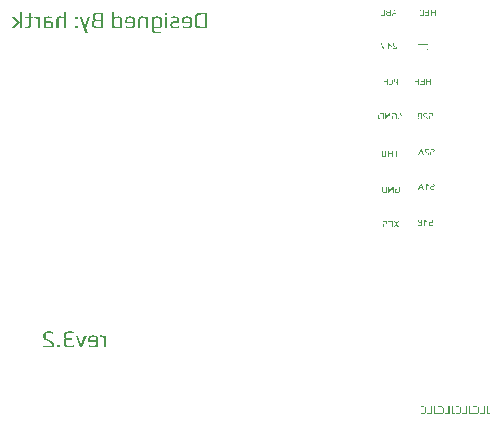
<source format=gbo>
G04 Layer: BottomSilkLayer*
G04 EasyEDA v6.4.19.5, 2021-04-26T22:05:49--7:00*
G04 3865de02122e4a29b7e4d10c01c85813,debd25b7e7f645e7808fdd9718494454,10*
G04 Gerber Generator version 0.2*
G04 Scale: 100 percent, Rotated: No, Reflected: No *
G04 Dimensions in millimeters *
G04 leading zeros omitted , absolute positions ,4 integer and 5 decimal *
%FSLAX45Y45*%
%MOMM*%

%ADD10C,0.0001*%

%LPD*%
G36*
X5985967Y8124596D02*
G01*
X5985967Y7984642D01*
X6004001Y7984642D01*
X6004001Y8124596D01*
G37*
G36*
X6358839Y8124596D02*
G01*
X6358839Y8069478D01*
X6355791Y8075625D01*
X6349441Y8079994D01*
X6339789Y8082584D01*
X6326835Y8083448D01*
X6311087Y8081772D01*
X6300927Y8076590D01*
X6297574Y8072831D01*
X6295237Y8068056D01*
X6293764Y8062264D01*
X6293307Y8055508D01*
X6293307Y7984642D01*
X6311341Y7984642D01*
X6311392Y8056321D01*
X6311849Y8060588D01*
X6312865Y8062975D01*
X6314389Y8065414D01*
X6317030Y8067649D01*
X6320891Y8069224D01*
X6325920Y8070189D01*
X6332169Y8070494D01*
X6337300Y8070443D01*
X6345682Y8069681D01*
X6348933Y8068970D01*
X6351524Y8068106D01*
X6353657Y8066938D01*
X6355334Y8065566D01*
X6357569Y8062112D01*
X6358280Y8059928D01*
X6358686Y8057388D01*
X6358839Y8054492D01*
X6358839Y7984642D01*
X6376619Y7984642D01*
X6376619Y8124596D01*
G37*
G36*
X6764223Y8124596D02*
G01*
X6764223Y8010042D01*
X6782257Y8010042D01*
X6782257Y8057794D01*
X6783933Y8063484D01*
X6788861Y8067548D01*
X6797141Y8069986D01*
X6808673Y8070748D01*
X6815988Y8070646D01*
X6821881Y8070189D01*
X6826402Y8069478D01*
X6829501Y8068462D01*
X6831736Y8066887D01*
X6833311Y8064550D01*
X6834276Y8061553D01*
X6834581Y8057794D01*
X6834581Y8010042D01*
X6834225Y8006283D01*
X6833209Y8003082D01*
X6831431Y8000441D01*
X6828993Y7998358D01*
X6825843Y7996936D01*
X6821678Y7995920D01*
X6816547Y7995310D01*
X6810451Y7995056D01*
X6803390Y7995310D01*
X6797446Y7995920D01*
X6792620Y7996936D01*
X6788861Y7998358D01*
X6785965Y8000441D01*
X6783933Y8003082D01*
X6782663Y8006283D01*
X6782257Y8010042D01*
X6764223Y8010042D01*
X6764223Y7984642D01*
X6781749Y7984642D01*
X6781749Y7996072D01*
X6782308Y7993430D01*
X6783933Y7990941D01*
X6786625Y7988706D01*
X6790385Y7986674D01*
X6795109Y7984896D01*
X6800697Y7983626D01*
X6807047Y7982864D01*
X6814261Y7982610D01*
X6821017Y7982813D01*
X6826961Y7983321D01*
X6832193Y7984185D01*
X6836613Y7985404D01*
X6840524Y7987182D01*
X6843775Y7989366D01*
X6846468Y7992008D01*
X6848551Y7995056D01*
X6850227Y7998714D01*
X6851396Y8002930D01*
X6852107Y8007858D01*
X6852361Y8013344D01*
X6852361Y8056016D01*
X6850075Y8068564D01*
X6843217Y8077098D01*
X6831177Y8081873D01*
X6813245Y8083448D01*
X6807098Y8083245D01*
X6801459Y8082635D01*
X6796176Y8081619D01*
X6791401Y8080146D01*
X6787388Y8078470D01*
X6784543Y8076336D01*
X6782816Y8073898D01*
X6782257Y8071002D01*
X6781749Y8071002D01*
X6782257Y8095640D01*
X6782257Y8124596D01*
G37*
G36*
X7215327Y8116468D02*
G01*
X7215327Y8097672D01*
X7233361Y8097672D01*
X7233361Y8116468D01*
G37*
G36*
X6641033Y8114436D02*
G01*
X6626047Y8113572D01*
X6614617Y8110880D01*
X6610451Y8109254D01*
X6606997Y8107425D01*
X6604355Y8105343D01*
X6602425Y8103006D01*
X6601104Y8100415D01*
X6600139Y8097316D01*
X6599580Y8093811D01*
X6599377Y8089798D01*
X6599377Y8073034D01*
X6617411Y8073034D01*
X6617411Y8088274D01*
X6617766Y8091728D01*
X6618833Y8094573D01*
X6620560Y8096910D01*
X6622999Y8098688D01*
X6626148Y8099958D01*
X6630162Y8100822D01*
X6635140Y8101330D01*
X6667957Y8101482D01*
X6667957Y8057540D01*
X6640271Y8057540D01*
X6634632Y8057794D01*
X6629806Y8058505D01*
X6625844Y8059724D01*
X6622745Y8061350D01*
X6620408Y8063433D01*
X6618731Y8066074D01*
X6617766Y8069275D01*
X6617411Y8073034D01*
X6599377Y8073034D01*
X6599631Y8068716D01*
X6600444Y8065516D01*
X6601815Y8062722D01*
X6603695Y8060334D01*
X6606184Y8058353D01*
X6609232Y8056625D01*
X6612890Y8055152D01*
X6617157Y8053984D01*
X6617157Y8053222D01*
X6612077Y8052104D01*
X6607556Y8050530D01*
X6603593Y8048447D01*
X6600139Y8045856D01*
X6597243Y8043011D01*
X6595211Y8039760D01*
X6593941Y8036153D01*
X6593535Y8032140D01*
X6593535Y8011312D01*
X6612839Y8011312D01*
X6612839Y8030870D01*
X6612991Y8033308D01*
X6613398Y8035442D01*
X6614109Y8037372D01*
X6616293Y8040522D01*
X6617716Y8041792D01*
X6619443Y8042808D01*
X6623710Y8044180D01*
X6627622Y8044942D01*
X6631228Y8045246D01*
X6667957Y8045348D01*
X6667957Y7998104D01*
X6639509Y7998104D01*
X6632803Y7998307D01*
X6627114Y7998815D01*
X6622491Y7999679D01*
X6618935Y8000898D01*
X6616293Y8002727D01*
X6614363Y8005064D01*
X6613245Y8007908D01*
X6612839Y8011312D01*
X6593535Y8011312D01*
X6593535Y8010296D01*
X6596227Y7998256D01*
X6604203Y7990484D01*
X6618224Y7986115D01*
X6639509Y7984642D01*
X6687261Y7984642D01*
X6687261Y8114436D01*
G37*
G36*
X7519873Y8114436D02*
G01*
X7507071Y8113877D01*
X7495997Y8112150D01*
X7486599Y8109203D01*
X7478928Y8105140D01*
X7472934Y8099856D01*
X7468666Y8093456D01*
X7466126Y8085886D01*
X7465263Y8077098D01*
X7465263Y8020202D01*
X7484059Y8020202D01*
X7484059Y8077352D01*
X7484262Y8080908D01*
X7484770Y8084108D01*
X7485634Y8087004D01*
X7486853Y8089544D01*
X7488529Y8091931D01*
X7490459Y8093964D01*
X7492695Y8095640D01*
X7495235Y8096910D01*
X7500823Y8098891D01*
X7506411Y8100212D01*
X7516317Y8100974D01*
X7552131Y8100974D01*
X7552131Y7997850D01*
X7521143Y7997850D01*
X7504938Y7999272D01*
X7493355Y8003438D01*
X7486396Y8010448D01*
X7484059Y8020202D01*
X7465263Y8020202D01*
X7466126Y8011515D01*
X7468666Y8004403D01*
X7472934Y7998358D01*
X7478877Y7993430D01*
X7486497Y7989570D01*
X7495844Y7986877D01*
X7506868Y7985201D01*
X7519619Y7984642D01*
X7571435Y7984642D01*
X7571435Y8114436D01*
G37*
G36*
X6058103Y8111388D02*
G01*
X6058103Y8081416D01*
X6023559Y8081416D01*
X6023559Y8069478D01*
X6058103Y8069478D01*
X6058001Y8008518D01*
X6057646Y8005572D01*
X6057087Y8003031D01*
X6056325Y8000898D01*
X6055410Y7999272D01*
X6054090Y7997850D01*
X6052464Y7996732D01*
X6050483Y7995818D01*
X6048095Y7995158D01*
X6041847Y7994396D01*
X6038037Y7994294D01*
X6033008Y7994751D01*
X6023559Y7996072D01*
X6023559Y7984134D01*
X6033668Y7983016D01*
X6043625Y7982610D01*
X6049518Y7982813D01*
X6054750Y7983321D01*
X6059322Y7984185D01*
X6063183Y7985404D01*
X6066383Y7986928D01*
X6069177Y7988960D01*
X6071463Y7991500D01*
X6073343Y7994548D01*
X6074664Y7998104D01*
X6075629Y8002320D01*
X6076188Y8007248D01*
X6076391Y8012836D01*
X6076391Y8069478D01*
X6097981Y8069478D01*
X6097981Y8081416D01*
X6076391Y8081416D01*
X6076391Y8111388D01*
G37*
G36*
X6102299Y8083448D02*
G01*
X6102299Y8067954D01*
X6112459Y8067954D01*
X6118352Y8067751D01*
X6123381Y8067141D01*
X6127496Y8066125D01*
X6130747Y8064652D01*
X6133287Y8062671D01*
X6135116Y8060029D01*
X6136233Y8056727D01*
X6136589Y8052714D01*
X6136589Y7984642D01*
X6154623Y7984642D01*
X6154623Y8081416D01*
X6137605Y8081416D01*
X6137605Y8065668D01*
X6137351Y8067954D01*
X6136589Y8070138D01*
X6135319Y8072272D01*
X6133541Y8074304D01*
X6131407Y8076285D01*
X6126327Y8079587D01*
X6123381Y8080908D01*
X6120231Y8082025D01*
X6117183Y8082838D01*
X6114135Y8083296D01*
G37*
G36*
X6224473Y8083448D02*
G01*
X6216650Y8083296D01*
X6209944Y8082838D01*
X6204356Y8082025D01*
X6199835Y8080908D01*
X6196076Y8079435D01*
X6192977Y8077504D01*
X6190488Y8075117D01*
X6188659Y8072272D01*
X6187338Y8068716D01*
X6186373Y8064296D01*
X6185814Y8059064D01*
X6185611Y8052968D01*
X6185611Y8030616D01*
X6231585Y8030616D01*
X6239002Y8030311D01*
X6241846Y8029905D01*
X6244031Y8029346D01*
X6245758Y8028584D01*
X6247130Y8027517D01*
X6248196Y8026196D01*
X6249416Y8022386D01*
X6250076Y8016544D01*
X6250076Y8009483D01*
X6249416Y8003895D01*
X6248857Y8001660D01*
X6247993Y7999882D01*
X6246825Y7998358D01*
X6245453Y7997088D01*
X6243777Y7996072D01*
X6241745Y7995310D01*
X6239256Y7994751D01*
X6232855Y7994294D01*
X6224676Y7994396D01*
X6216396Y7995158D01*
X6212789Y7995818D01*
X6208776Y7997037D01*
X6205931Y7998815D01*
X6204204Y8001203D01*
X6203645Y8004200D01*
X6203645Y8030616D01*
X6185611Y8030616D01*
X6185611Y7984642D01*
X6203137Y7984642D01*
X6203137Y7993786D01*
X6205829Y7988909D01*
X6211570Y7985404D01*
X6220409Y7983321D01*
X6232347Y7982610D01*
X6238849Y7982813D01*
X6244539Y7983270D01*
X6249517Y7984083D01*
X6253683Y7985150D01*
X6257137Y7986674D01*
X6260033Y7988706D01*
X6262471Y7991246D01*
X6264351Y7994294D01*
X6265824Y7998002D01*
X6266840Y8002371D01*
X6267450Y8007502D01*
X6267653Y8013344D01*
X6267450Y8018627D01*
X6266891Y8023250D01*
X6265926Y8027263D01*
X6264605Y8030616D01*
X6262776Y8033461D01*
X6260439Y8035848D01*
X6257442Y8037779D01*
X6253937Y8039252D01*
X6249873Y8040370D01*
X6244996Y8041182D01*
X6239306Y8041640D01*
X6203645Y8041792D01*
X6203645Y8057286D01*
X6203797Y8059826D01*
X6204204Y8062010D01*
X6204915Y8063890D01*
X6207150Y8066836D01*
X6208674Y8067954D01*
X6210554Y8068868D01*
X6215481Y8070037D01*
X6222593Y8070697D01*
X6227013Y8070748D01*
X6242964Y8070189D01*
X6260287Y8068462D01*
X6260287Y8081670D01*
X6241440Y8083042D01*
G37*
G36*
X6916623Y8083448D02*
G01*
X6898081Y8081619D01*
X6885635Y8076082D01*
X6878574Y8066024D01*
X6876237Y8050428D01*
X6876237Y8040776D01*
X6894017Y8040776D01*
X6894017Y8056016D01*
X6894372Y8060131D01*
X6895338Y8063534D01*
X6897014Y8066227D01*
X6899351Y8068208D01*
X6902500Y8069681D01*
X6906615Y8070697D01*
X6911644Y8071307D01*
X6917639Y8071510D01*
X6923328Y8071307D01*
X6928205Y8070697D01*
X6932218Y8069681D01*
X6935419Y8068208D01*
X6937959Y8066227D01*
X6939788Y8063534D01*
X6940905Y8060131D01*
X6941261Y8056016D01*
X6941261Y8040776D01*
X6876237Y8040776D01*
X6876237Y8029092D01*
X6941261Y8029092D01*
X6941261Y8014360D01*
X6940803Y8009788D01*
X6939483Y8005825D01*
X6937248Y8002524D01*
X6934149Y7999882D01*
X6930136Y7998002D01*
X6925208Y7996681D01*
X6919366Y7995869D01*
X6912559Y7995564D01*
X6897573Y7996783D01*
X6880047Y8000390D01*
X6880047Y7986674D01*
X6897878Y7983626D01*
X6914845Y7982610D01*
X6928408Y7983474D01*
X6939534Y7985912D01*
X6948170Y7989976D01*
X6954367Y7995716D01*
X6958075Y8003082D01*
X6959295Y8012074D01*
X6959295Y8050428D01*
X6956755Y8065516D01*
X6949135Y8075574D01*
X6936079Y8081518D01*
G37*
G36*
X7020509Y8083448D02*
G01*
X7004710Y8081772D01*
X6994347Y8076590D01*
X6991146Y8072831D01*
X6988809Y8068056D01*
X6987438Y8062264D01*
X6986981Y8055508D01*
X6986981Y7984642D01*
X7005015Y7984642D01*
X7005066Y8056321D01*
X7005320Y8059521D01*
X7005878Y8062010D01*
X7007148Y8064449D01*
X7008063Y8065668D01*
X7010603Y8067802D01*
X7014413Y8069325D01*
X7019493Y8070240D01*
X7025843Y8070494D01*
X7035139Y8070189D01*
X7042099Y8069224D01*
X7044690Y8068360D01*
X7046874Y8067192D01*
X7048652Y8065820D01*
X7049973Y8064144D01*
X7050989Y8062315D01*
X7051700Y8060080D01*
X7052106Y8057489D01*
X7052259Y8054492D01*
X7052259Y7984642D01*
X7070293Y7984642D01*
X7070293Y8081416D01*
X7052259Y8081416D01*
X7052259Y8069478D01*
X7049211Y8075625D01*
X7042912Y8079994D01*
X7033361Y8082584D01*
G37*
G36*
X7148017Y8083448D02*
G01*
X7127900Y8080603D01*
X7118299Y8072018D01*
X7118299Y8081416D01*
X7101535Y8081416D01*
X7101535Y8010804D01*
X7119569Y8010804D01*
X7119569Y8054492D01*
X7120077Y8060334D01*
X7120737Y8062722D01*
X7121601Y8064652D01*
X7122820Y8066227D01*
X7124547Y8067548D01*
X7126630Y8068614D01*
X7129221Y8069478D01*
X7132472Y8070189D01*
X7140702Y8070951D01*
X7150506Y8070951D01*
X7158126Y8070189D01*
X7163308Y8068716D01*
X7165289Y8067649D01*
X7166864Y8066328D01*
X7168083Y8064652D01*
X7168845Y8062722D01*
X7169759Y8057642D01*
X7169759Y8007603D01*
X7169353Y8004860D01*
X7168743Y8002524D01*
X7167829Y8000644D01*
X7166711Y7999018D01*
X7165187Y7997698D01*
X7163155Y7996631D01*
X7160717Y7995818D01*
X7154316Y7994903D01*
X7145223Y7994548D01*
X7138771Y7994802D01*
X7133285Y7995462D01*
X7128865Y7996580D01*
X7125411Y7998104D01*
X7122871Y8000136D01*
X7121042Y8002930D01*
X7119924Y8006486D01*
X7119569Y8010804D01*
X7101535Y8010804D01*
X7101535Y7975498D01*
X7101840Y7969148D01*
X7102805Y7963509D01*
X7104380Y7958632D01*
X7106615Y7954416D01*
X7109358Y7950911D01*
X7112762Y7947964D01*
X7116876Y7945577D01*
X7121601Y7943748D01*
X7133031Y7941462D01*
X7147509Y7940700D01*
X7165797Y7941208D01*
X7181037Y7942732D01*
X7181037Y7955686D01*
X7160209Y7953603D01*
X7145985Y7952892D01*
X7139482Y7953197D01*
X7133996Y7954009D01*
X7129475Y7955330D01*
X7125919Y7957210D01*
X7123125Y7959750D01*
X7121144Y7963001D01*
X7119975Y7967014D01*
X7119569Y7971688D01*
X7119569Y7995056D01*
X7120229Y7992109D01*
X7121855Y7989570D01*
X7124547Y7987436D01*
X7128205Y7985658D01*
X7132675Y7984337D01*
X7137603Y7983372D01*
X7143089Y7982813D01*
X7149033Y7982610D01*
X7156094Y7982813D01*
X7162393Y7983321D01*
X7167778Y7984185D01*
X7172401Y7985404D01*
X7176312Y7987030D01*
X7179564Y7989112D01*
X7182256Y7991602D01*
X7184339Y7994548D01*
X7185812Y7998053D01*
X7186828Y8002117D01*
X7187438Y8006791D01*
X7187641Y8012074D01*
X7187641Y8051444D01*
X7185355Y8066278D01*
X7178497Y8076082D01*
X7166203Y8081619D01*
G37*
G36*
X7292289Y8083448D02*
G01*
X7262825Y8081924D01*
X7262825Y8068716D01*
X7279386Y8070850D01*
X7293051Y8071510D01*
X7299604Y8071358D01*
X7305040Y8070850D01*
X7309408Y8069986D01*
X7312609Y8068716D01*
X7314844Y8067090D01*
X7316419Y8065008D01*
X7317384Y8062417D01*
X7317689Y8059318D01*
X7317689Y8051190D01*
X7313269Y8043773D01*
X7299909Y8041284D01*
X7288733Y8041284D01*
X7275423Y8039912D01*
X7265873Y8035645D01*
X7260183Y8028584D01*
X7258253Y8018678D01*
X7258253Y8010296D01*
X7260793Y7997494D01*
X7268413Y7988960D01*
X7281621Y7984236D01*
X7300417Y7982610D01*
X7316317Y7983220D01*
X7333437Y7984896D01*
X7333437Y7998866D01*
X7313371Y7996021D01*
X7299909Y7995056D01*
X7294016Y7995259D01*
X7288987Y7995716D01*
X7284872Y7996529D01*
X7281621Y7997596D01*
X7279182Y7999069D01*
X7277455Y8001050D01*
X7276388Y8003641D01*
X7276033Y8006740D01*
X7276033Y8016646D01*
X7276287Y8019491D01*
X7277049Y8021878D01*
X7278319Y8023809D01*
X7280097Y8025282D01*
X7282586Y8026552D01*
X7285685Y8027416D01*
X7289444Y8027924D01*
X7304735Y8028076D01*
X7311796Y8028482D01*
X7317943Y8029600D01*
X7323226Y8031530D01*
X7327595Y8034172D01*
X7331049Y8037677D01*
X7333488Y8041741D01*
X7334961Y8046415D01*
X7335469Y8051698D01*
X7335469Y8060588D01*
X7334250Y8067598D01*
X7330694Y8073288D01*
X7324699Y8077758D01*
X7316266Y8080908D01*
X7305497Y8082838D01*
G37*
G36*
X7397699Y8083448D02*
G01*
X7379309Y8081619D01*
X7366711Y8076082D01*
X7359650Y8066024D01*
X7357313Y8050428D01*
X7357313Y8040776D01*
X7375347Y8040776D01*
X7375347Y8056016D01*
X7375702Y8060131D01*
X7376668Y8063534D01*
X7378344Y8066227D01*
X7380681Y8068208D01*
X7383830Y8069681D01*
X7387844Y8070697D01*
X7392822Y8071307D01*
X7398715Y8071510D01*
X7404506Y8071307D01*
X7409434Y8070697D01*
X7413548Y8069681D01*
X7416749Y8068208D01*
X7419187Y8066227D01*
X7420965Y8063534D01*
X7421981Y8060131D01*
X7422337Y8056016D01*
X7422337Y8040776D01*
X7357313Y8040776D01*
X7357313Y8029092D01*
X7422337Y8029092D01*
X7422337Y8014360D01*
X7421880Y8009788D01*
X7420559Y8005825D01*
X7418324Y8002524D01*
X7415225Y7999882D01*
X7411313Y7998002D01*
X7406386Y7996681D01*
X7400493Y7995869D01*
X7393635Y7995564D01*
X7378649Y7996783D01*
X7361123Y8000390D01*
X7361123Y7986674D01*
X7379055Y7983626D01*
X7396175Y7982610D01*
X7409738Y7983474D01*
X7420864Y7985912D01*
X7429500Y7989976D01*
X7435697Y7995716D01*
X7439406Y8003082D01*
X7440625Y8012074D01*
X7440625Y8050428D01*
X7438085Y8065516D01*
X7430465Y8075574D01*
X7417206Y8081518D01*
G37*
G36*
X5920943Y8081416D02*
G01*
X5962853Y8037474D01*
X5917133Y7984642D01*
X5939485Y7984642D01*
X5983681Y8037474D01*
X5943041Y8081416D01*
G37*
G36*
X6452311Y8081416D02*
G01*
X6452311Y8059826D01*
X6475425Y8059826D01*
X6475425Y8081416D01*
G37*
G36*
X6490665Y8081416D02*
G01*
X6539433Y7942986D01*
X6558229Y7942986D01*
X6542989Y7983118D01*
X6580327Y8081416D01*
X6560769Y8081416D01*
X6533845Y8002422D01*
X6533337Y8002422D01*
X6508953Y8081416D01*
G37*
G36*
X7215327Y8081416D02*
G01*
X7215327Y7984642D01*
X7233361Y7984642D01*
X7233361Y8081416D01*
G37*
G36*
X6452311Y8006232D02*
G01*
X6452311Y7984642D01*
X6475425Y7984642D01*
X6475425Y8006232D01*
G37*
G36*
X9395968Y4785614D02*
G01*
X9391446Y4785512D01*
X9382556Y4784598D01*
X9378188Y4783836D01*
X9378188Y4776724D01*
X9382912Y4777740D01*
X9387484Y4778451D01*
X9395968Y4779010D01*
X9399524Y4778908D01*
X9404045Y4778298D01*
X9406839Y4777536D01*
X9408160Y4776978D01*
X9410700Y4775403D01*
X9412528Y4773320D01*
X9413646Y4770577D01*
X9414002Y4767326D01*
X9414002Y4736846D01*
X9409379Y4728464D01*
X9395460Y4725670D01*
X9387027Y4726228D01*
X9382556Y4726940D01*
X9377934Y4727956D01*
X9377934Y4720590D01*
X9386620Y4719269D01*
X9391243Y4718913D01*
X9395968Y4718812D01*
X9407956Y4719929D01*
X9416542Y4723180D01*
X9421672Y4728667D01*
X9423400Y4736338D01*
X9423400Y4767072D01*
X9421672Y4775200D01*
X9416542Y4780991D01*
X9407956Y4784445D01*
G37*
G36*
X9544812Y4785614D02*
G01*
X9540189Y4785512D01*
X9531299Y4784598D01*
X9527032Y4783836D01*
X9527032Y4776724D01*
X9531654Y4777740D01*
X9536125Y4778451D01*
X9544558Y4779010D01*
X9548164Y4778908D01*
X9554210Y4777994D01*
X9557004Y4776978D01*
X9559544Y4775403D01*
X9561372Y4773320D01*
X9562490Y4770577D01*
X9562846Y4767326D01*
X9562846Y4736846D01*
X9558172Y4728464D01*
X9544050Y4725670D01*
X9535718Y4726228D01*
X9526524Y4727956D01*
X9526524Y4720590D01*
X9535414Y4719269D01*
X9540036Y4718913D01*
X9544812Y4718812D01*
X9556699Y4719929D01*
X9565182Y4723180D01*
X9570313Y4728667D01*
X9571990Y4736338D01*
X9571990Y4767072D01*
X9570313Y4775200D01*
X9565182Y4780991D01*
X9556699Y4784445D01*
G37*
G36*
X9693402Y4785614D02*
G01*
X9688880Y4785512D01*
X9679990Y4784598D01*
X9675622Y4783836D01*
X9675622Y4776724D01*
X9684816Y4778451D01*
X9693148Y4779010D01*
X9696907Y4778908D01*
X9701479Y4778298D01*
X9704273Y4777536D01*
X9705594Y4776978D01*
X9708134Y4775403D01*
X9709962Y4773320D01*
X9711080Y4770577D01*
X9711436Y4767326D01*
X9711436Y4736846D01*
X9706813Y4728464D01*
X9692894Y4725670D01*
X9684461Y4726228D01*
X9679990Y4726940D01*
X9675368Y4727956D01*
X9675368Y4720590D01*
X9684054Y4719269D01*
X9688677Y4718913D01*
X9693402Y4718812D01*
X9705390Y4719929D01*
X9713976Y4723180D01*
X9719106Y4728667D01*
X9720834Y4736338D01*
X9720834Y4767072D01*
X9719106Y4775200D01*
X9713976Y4780991D01*
X9705390Y4784445D01*
G37*
G36*
X9842246Y4785614D02*
G01*
X9837623Y4785512D01*
X9828733Y4784598D01*
X9824466Y4783836D01*
X9824466Y4776724D01*
X9829088Y4777740D01*
X9833559Y4778451D01*
X9841992Y4779010D01*
X9845598Y4778908D01*
X9851644Y4777994D01*
X9854438Y4776978D01*
X9856978Y4775403D01*
X9858806Y4773320D01*
X9859924Y4770577D01*
X9860280Y4767326D01*
X9860280Y4736846D01*
X9855555Y4728464D01*
X9841484Y4725670D01*
X9833152Y4726228D01*
X9823958Y4727956D01*
X9823958Y4720590D01*
X9832695Y4719269D01*
X9837369Y4718913D01*
X9842246Y4718812D01*
X9854133Y4719929D01*
X9862616Y4723180D01*
X9867747Y4728667D01*
X9869424Y4736338D01*
X9869424Y4767072D01*
X9867747Y4775200D01*
X9862616Y4780991D01*
X9854133Y4784445D01*
G37*
G36*
X9463532Y4784598D02*
G01*
X9463532Y4726432D01*
X9431782Y4726432D01*
X9431782Y4719828D01*
X9473438Y4719828D01*
X9473438Y4784598D01*
G37*
G36*
X9490202Y4784598D02*
G01*
X9490303Y4731105D01*
X9490659Y4728514D01*
X9491218Y4726381D01*
X9491980Y4724654D01*
X9492996Y4723130D01*
X9494266Y4721860D01*
X9495790Y4720844D01*
X9497568Y4720082D01*
X9502140Y4719116D01*
X9508236Y4718812D01*
X9515144Y4719066D01*
X9520174Y4719828D01*
X9520174Y4726432D01*
X9514382Y4725111D01*
X9509252Y4724654D01*
X9505899Y4724857D01*
X9503410Y4725416D01*
X9501682Y4726432D01*
X9500616Y4727956D01*
X9500057Y4730242D01*
X9499854Y4733544D01*
X9499854Y4784598D01*
G37*
G36*
X9612376Y4784598D02*
G01*
X9612376Y4726432D01*
X9580372Y4726432D01*
X9580372Y4719828D01*
X9622028Y4719828D01*
X9622028Y4784598D01*
G37*
G36*
X9638792Y4784598D02*
G01*
X9638893Y4731105D01*
X9639249Y4728514D01*
X9639808Y4726381D01*
X9640570Y4724654D01*
X9641586Y4723130D01*
X9642856Y4721860D01*
X9644380Y4720844D01*
X9646158Y4720082D01*
X9650730Y4719116D01*
X9656826Y4718812D01*
X9663887Y4719066D01*
X9668764Y4719828D01*
X9668764Y4726432D01*
X9663023Y4725111D01*
X9658096Y4724654D01*
X9654590Y4724857D01*
X9652254Y4725416D01*
X9650526Y4726432D01*
X9649460Y4727956D01*
X9648698Y4730242D01*
X9648444Y4733544D01*
X9648444Y4784598D01*
G37*
G36*
X9760966Y4784598D02*
G01*
X9760966Y4726432D01*
X9729216Y4726432D01*
X9729216Y4719828D01*
X9770872Y4719828D01*
X9770872Y4784598D01*
G37*
G36*
X9787636Y4784598D02*
G01*
X9787737Y4731105D01*
X9788093Y4728514D01*
X9788652Y4726381D01*
X9789414Y4724654D01*
X9790430Y4723130D01*
X9791700Y4721860D01*
X9793224Y4720844D01*
X9795002Y4720082D01*
X9799574Y4719116D01*
X9805670Y4718812D01*
X9812528Y4719066D01*
X9817354Y4719828D01*
X9817354Y4726432D01*
X9811766Y4725111D01*
X9806686Y4724654D01*
X9803333Y4724857D01*
X9800844Y4725416D01*
X9799116Y4726432D01*
X9798050Y4727956D01*
X9797491Y4730242D01*
X9797288Y4733544D01*
X9797288Y4784598D01*
G37*
G36*
X9909810Y4784598D02*
G01*
X9909810Y4726432D01*
X9877806Y4726432D01*
X9877806Y4719828D01*
X9919462Y4719828D01*
X9919462Y4784598D01*
G37*
G36*
X9936226Y4784598D02*
G01*
X9936327Y4731105D01*
X9936683Y4728514D01*
X9937242Y4726381D01*
X9938004Y4724654D01*
X9939020Y4723130D01*
X9940290Y4721860D01*
X9941814Y4720844D01*
X9943592Y4720082D01*
X9948164Y4719116D01*
X9954260Y4718812D01*
X9961168Y4719066D01*
X9966198Y4719828D01*
X9966198Y4726432D01*
X9960508Y4725111D01*
X9955530Y4724654D01*
X9951974Y4724857D01*
X9949434Y4725416D01*
X9947859Y4726432D01*
X9946640Y4727956D01*
X9946081Y4730242D01*
X9945878Y4733544D01*
X9945878Y4784598D01*
G37*
G36*
X6225286Y5417312D02*
G01*
X6206286Y5415686D01*
X6193536Y5410708D01*
X6186322Y5401868D01*
X6183884Y5388610D01*
X6183884Y5367020D01*
X6184036Y5363616D01*
X6184442Y5360466D01*
X6185154Y5357622D01*
X6186170Y5355082D01*
X6187592Y5352745D01*
X6189421Y5350510D01*
X6191554Y5348427D01*
X6194044Y5346446D01*
X6200648Y5342432D01*
X6204915Y5340299D01*
X6240272Y5324094D01*
X6250381Y5316524D01*
X6253734Y5306060D01*
X6253734Y5297424D01*
X6183884Y5297424D01*
X6183884Y5283200D01*
X6272276Y5283200D01*
X6272174Y5309565D01*
X6271260Y5314899D01*
X6270498Y5317490D01*
X6268212Y5322011D01*
X6265418Y5325872D01*
X6262420Y5328818D01*
X6253175Y5335168D01*
X6244234Y5339791D01*
X6216396Y5352034D01*
X6206693Y5359400D01*
X6203442Y5369814D01*
X6203442Y5387848D01*
X6203797Y5392166D01*
X6204915Y5395671D01*
X6206744Y5398363D01*
X6209284Y5400294D01*
X6212636Y5401716D01*
X6217005Y5402783D01*
X6222542Y5403392D01*
X6229096Y5403596D01*
X6236766Y5403342D01*
X6245758Y5402529D01*
X6256070Y5401157D01*
X6267704Y5399278D01*
X6267704Y5413502D01*
X6257340Y5415178D01*
X6246825Y5416346D01*
X6236106Y5417058D01*
G37*
G36*
X6401562Y5417058D02*
G01*
X6382054Y5415838D01*
X6368796Y5412232D01*
X6364325Y5409285D01*
X6361176Y5405424D01*
X6359245Y5400751D01*
X6358636Y5395214D01*
X6358636Y5369814D01*
X6358940Y5366766D01*
X6359906Y5364022D01*
X6361480Y5361584D01*
X6363716Y5359400D01*
X6366408Y5357418D01*
X6369507Y5355844D01*
X6372910Y5354624D01*
X6376670Y5353812D01*
X6376670Y5353050D01*
X6372250Y5352237D01*
X6365290Y5350256D01*
X6361684Y5348732D01*
X6358585Y5346496D01*
X6356350Y5343601D01*
X6355029Y5339994D01*
X6354572Y5335778D01*
X6354572Y5309362D01*
X6354775Y5306009D01*
X6355334Y5302808D01*
X6356299Y5299811D01*
X6357620Y5296916D01*
X6359245Y5294376D01*
X6361125Y5292140D01*
X6363208Y5290210D01*
X6367678Y5287213D01*
X6373012Y5284927D01*
X6379565Y5283149D01*
X6386169Y5282031D01*
X6393180Y5281472D01*
X6399885Y5281218D01*
X6411620Y5281422D01*
X6420916Y5282133D01*
X6430772Y5283301D01*
X6441186Y5284978D01*
X6441186Y5299710D01*
X6429603Y5297474D01*
X6419037Y5295900D01*
X6409436Y5294934D01*
X6400800Y5294630D01*
X6389014Y5295595D01*
X6380581Y5298440D01*
X6375552Y5303215D01*
X6373876Y5309870D01*
X6373876Y5332476D01*
X6374434Y5336184D01*
X6376111Y5339283D01*
X6378854Y5341670D01*
X6382766Y5343398D01*
X6386830Y5344210D01*
X6390386Y5344668D01*
X6394196Y5344871D01*
X6424422Y5344922D01*
X6424422Y5357622D01*
X6397701Y5357672D01*
X6393942Y5357876D01*
X6390386Y5358384D01*
X6384290Y5360009D01*
X6382461Y5360873D01*
X6380835Y5361940D01*
X6379464Y5363210D01*
X6378346Y5364734D01*
X6377584Y5366461D01*
X6377076Y5368391D01*
X6376924Y5370576D01*
X6376924Y5394198D01*
X6383020Y5402021D01*
X6401308Y5404612D01*
X6418783Y5403799D01*
X6438646Y5401310D01*
X6438646Y5415280D01*
X6420612Y5416600D01*
G37*
G36*
X6604000Y5383530D02*
G01*
X6585203Y5381701D01*
X6572503Y5376164D01*
X6565290Y5365800D01*
X6562852Y5350002D01*
X6562852Y5340350D01*
X6581140Y5340350D01*
X6581140Y5355844D01*
X6581495Y5359958D01*
X6582562Y5363362D01*
X6584289Y5366054D01*
X6586728Y5368036D01*
X6589877Y5369458D01*
X6593941Y5370525D01*
X6599021Y5371134D01*
X6605016Y5371338D01*
X6610908Y5371134D01*
X6615938Y5370525D01*
X6620052Y5369458D01*
X6623303Y5368036D01*
X6625742Y5366054D01*
X6627469Y5363362D01*
X6628536Y5359958D01*
X6628892Y5355844D01*
X6628892Y5340350D01*
X6562852Y5340350D01*
X6562852Y5328412D01*
X6628892Y5328412D01*
X6628892Y5313426D01*
X6628434Y5308701D01*
X6627114Y5304739D01*
X6624878Y5301488D01*
X6621780Y5298948D01*
X6617766Y5296966D01*
X6612788Y5295544D01*
X6606844Y5294680D01*
X6599936Y5294376D01*
X6584696Y5295595D01*
X6566916Y5299202D01*
X6566916Y5285232D01*
X6585102Y5282184D01*
X6602475Y5281168D01*
X6616192Y5281980D01*
X6627469Y5284520D01*
X6636207Y5288686D01*
X6642455Y5294477D01*
X6646164Y5301996D01*
X6647434Y5311140D01*
X6647434Y5350002D01*
X6644894Y5365445D01*
X6637274Y5375656D01*
X6623761Y5381548D01*
G37*
G36*
X6662166Y5383530D02*
G01*
X6662166Y5368036D01*
X6672325Y5368036D01*
X6678371Y5367832D01*
X6683502Y5367172D01*
X6687769Y5366054D01*
X6691122Y5364480D01*
X6693662Y5362498D01*
X6695490Y5359857D01*
X6696608Y5356504D01*
X6696964Y5352542D01*
X6696964Y5283200D01*
X6715252Y5283200D01*
X6715252Y5381498D01*
X6697980Y5381498D01*
X6697980Y5365496D01*
X6697725Y5367782D01*
X6696964Y5370017D01*
X6695694Y5372201D01*
X6693916Y5374386D01*
X6691731Y5376316D01*
X6689293Y5378094D01*
X6686550Y5379618D01*
X6683502Y5380990D01*
X6680352Y5382107D01*
X6677202Y5382920D01*
X6674103Y5383377D01*
G37*
G36*
X6458204Y5381498D02*
G01*
X6492494Y5283200D01*
X6514338Y5283200D01*
X6549644Y5381498D01*
X6530340Y5381498D01*
X6503162Y5298948D01*
X6502146Y5298948D01*
X6475730Y5381498D01*
G37*
G36*
X6301232Y5305044D02*
G01*
X6301232Y5283200D01*
X6324854Y5283200D01*
X6324854Y5305044D01*
G37*
G36*
X9066530Y8141716D02*
G01*
X9066530Y8095234D01*
X9040876Y8095234D01*
X9040876Y8089900D01*
X9074150Y8089900D01*
X9074150Y8141716D01*
G37*
G36*
X9104630Y8141716D02*
G01*
X9098737Y8141411D01*
X9094216Y8140446D01*
X9091015Y8138972D01*
X9089136Y8137144D01*
X9088374Y8135010D01*
X9088120Y8132064D01*
X9088120Y8125206D01*
X9095232Y8125206D01*
X9095384Y8132724D01*
X9095790Y8133892D01*
X9096502Y8134858D01*
X9097518Y8135620D01*
X9100312Y8136381D01*
X9104630Y8136636D01*
X9115552Y8136636D01*
X9115552Y8119109D01*
X9102140Y8119211D01*
X9100261Y8119465D01*
X9098686Y8119973D01*
X9096502Y8121497D01*
X9095790Y8122513D01*
X9095384Y8123783D01*
X9095232Y8125206D01*
X9088120Y8125206D01*
X9088221Y8123529D01*
X9088577Y8122208D01*
X9089898Y8120125D01*
X9091980Y8118602D01*
X9095232Y8117586D01*
X9095232Y8117331D01*
X9091371Y8116265D01*
X9088374Y8114538D01*
X9087154Y8113318D01*
X9086291Y8111998D01*
X9085732Y8110524D01*
X9085580Y8108950D01*
X9085580Y8100568D01*
X9093454Y8100568D01*
X9093504Y8109407D01*
X9093860Y8111083D01*
X9094774Y8112353D01*
X9096146Y8113217D01*
X9099296Y8113979D01*
X9102801Y8114284D01*
X9115552Y8114284D01*
X9115552Y8095234D01*
X9101429Y8095335D01*
X9099092Y8095538D01*
X9097213Y8095945D01*
X9095740Y8096503D01*
X9094724Y8097215D01*
X9094012Y8098180D01*
X9093606Y8099247D01*
X9093454Y8100568D01*
X9085580Y8100568D01*
X9085834Y8097621D01*
X9086646Y8095386D01*
X9088018Y8093557D01*
X9089898Y8092186D01*
X9092387Y8091170D01*
X9095638Y8090458D01*
X9099499Y8090052D01*
X9123172Y8089900D01*
X9123172Y8141716D01*
G37*
G36*
X9151366Y8141716D02*
G01*
X9139313Y8110981D01*
X9147048Y8110981D01*
X9155938Y8134350D01*
X9156700Y8134350D01*
X9165336Y8110981D01*
X9139313Y8110981D01*
X9131046Y8089900D01*
X9139174Y8089900D01*
X9145016Y8105648D01*
X9167368Y8105648D01*
X9173210Y8089900D01*
X9180830Y8089900D01*
X9160256Y8141716D01*
G37*
G36*
X9384639Y8142731D02*
G01*
X9379356Y8142325D01*
X9374581Y8141055D01*
X9372447Y8139887D01*
X9370720Y8138464D01*
X9369348Y8136432D01*
X9368332Y8133740D01*
X9367824Y8130590D01*
X9367781Y8102092D01*
X9375140Y8102092D01*
X9375190Y8130946D01*
X9375698Y8133740D01*
X9376156Y8134858D01*
X9377476Y8136381D01*
X9379458Y8137398D01*
X9382252Y8137753D01*
X9386062Y8137906D01*
X9390075Y8137804D01*
X9392920Y8137398D01*
X9394901Y8136381D01*
X9396222Y8134858D01*
X9396984Y8132470D01*
X9397238Y8129270D01*
X9397187Y8100415D01*
X9396679Y8097774D01*
X9396222Y8096758D01*
X9394698Y8095284D01*
X9392666Y8094472D01*
X9389872Y8093913D01*
X9386062Y8093709D01*
X9382252Y8093913D01*
X9379458Y8094472D01*
X9377476Y8095284D01*
X9376156Y8096758D01*
X9375394Y8098993D01*
X9375140Y8102092D01*
X9367781Y8102092D01*
X9368028Y8099247D01*
X9368790Y8096503D01*
X9370009Y8094218D01*
X9371584Y8092440D01*
X9373362Y8091322D01*
X9378188Y8089646D01*
X9383268Y8089188D01*
X9390684Y8089290D01*
X9395460Y8090052D01*
X9397949Y8090712D01*
X9399981Y8091728D01*
X9401505Y8093151D01*
X9402775Y8095183D01*
X9403791Y8097723D01*
X9404299Y8100669D01*
X9404350Y8128508D01*
X9404096Y8132013D01*
X9403334Y8134858D01*
X9402165Y8137347D01*
X9400794Y8139175D01*
X9399016Y8140496D01*
X9396730Y8141462D01*
X9392920Y8142325D01*
X9387484Y8142731D01*
G37*
G36*
X9414256Y8141716D02*
G01*
X9414256Y8136381D01*
X9441180Y8136381D01*
X9441180Y8119364D01*
X9416796Y8119364D01*
X9416796Y8114030D01*
X9441180Y8114030D01*
X9441180Y8095234D01*
X9413240Y8095234D01*
X9413240Y8089900D01*
X9449054Y8089900D01*
X9449054Y8141716D01*
G37*
G36*
X9462516Y8141716D02*
G01*
X9462516Y8089900D01*
X9470136Y8089900D01*
X9470136Y8114030D01*
X9497822Y8114030D01*
X9497822Y8089900D01*
X9505696Y8089900D01*
X9505696Y8141716D01*
X9497822Y8141716D01*
X9497822Y8119364D01*
X9470136Y8119364D01*
X9470136Y8141716D01*
G37*
G36*
X9157716Y7863331D02*
G01*
X9153702Y7863179D01*
X9150299Y7862671D01*
X9147454Y7861909D01*
X9145270Y7860792D01*
X9143593Y7859166D01*
X9142425Y7857185D01*
X9141714Y7854746D01*
X9141460Y7851902D01*
X9141510Y7842148D01*
X9142018Y7839760D01*
X9143034Y7837830D01*
X9144558Y7836153D01*
X9146692Y7834630D01*
X9149740Y7832953D01*
X9163812Y7826502D01*
X9166047Y7825231D01*
X9167622Y7823657D01*
X9168587Y7821777D01*
X9168892Y7819644D01*
X9168892Y7816088D01*
X9141460Y7816088D01*
X9141460Y7810500D01*
X9176258Y7810500D01*
X9176207Y7820914D01*
X9175851Y7822946D01*
X9174226Y7826603D01*
X9173159Y7827873D01*
X9171635Y7829194D01*
X9164167Y7833359D01*
X9154414Y7837678D01*
X9152178Y7838948D01*
X9150604Y7840522D01*
X9149638Y7842402D01*
X9149334Y7844536D01*
X9149435Y7853375D01*
X9149842Y7854797D01*
X9150502Y7855915D01*
X9151366Y7856728D01*
X9154464Y7857490D01*
X9159240Y7857744D01*
X9165844Y7857388D01*
X9174480Y7856220D01*
X9174480Y7861808D01*
X9166250Y7862976D01*
G37*
G36*
X9038336Y7862316D02*
G01*
X9058910Y7810500D01*
X9068054Y7810500D01*
X9088120Y7862316D01*
X9079992Y7862316D01*
X9063482Y7817866D01*
X9062720Y7817866D01*
X9045956Y7862316D01*
G37*
G36*
X9099042Y7862316D02*
G01*
X9099042Y7856220D01*
X9105646Y7856220D01*
X9125204Y7827264D01*
X9105646Y7827264D01*
X9105646Y7856220D01*
X9099042Y7856220D01*
X9099042Y7827264D01*
X9093454Y7827264D01*
X9093454Y7821930D01*
X9099042Y7821930D01*
X9099042Y7810500D01*
X9105646Y7810500D01*
X9105646Y7821930D01*
X9131554Y7821930D01*
X9131554Y7828280D01*
X9107932Y7862316D01*
G37*
G36*
X9421876Y7850631D02*
G01*
X9414611Y7850276D01*
X9407652Y7849108D01*
X9407652Y7843266D01*
X9411360Y7844180D01*
X9418370Y7845145D01*
X9423196Y7845247D01*
X9428327Y7844637D01*
X9430512Y7843977D01*
X9433661Y7842402D01*
X9435134Y7840725D01*
X9436049Y7838592D01*
X9436354Y7835900D01*
X9436354Y7811516D01*
X9435439Y7807604D01*
X9432594Y7804861D01*
X9427921Y7803184D01*
X9421368Y7802625D01*
X9414713Y7803083D01*
X9407398Y7804403D01*
X9407398Y7798562D01*
X9414306Y7797393D01*
X9421876Y7797038D01*
X9438284Y7800543D01*
X9443720Y7811008D01*
X9443720Y7835646D01*
X9438284Y7846872D01*
G37*
G36*
X9358884Y7849616D02*
G01*
X9358884Y7844281D01*
X9376410Y7844281D01*
X9376410Y7797800D01*
X9384284Y7797800D01*
X9384284Y7844281D01*
X9401810Y7844281D01*
X9401810Y7849616D01*
G37*
G36*
X9122156Y7558531D02*
G01*
X9114891Y7558176D01*
X9107932Y7557008D01*
X9107932Y7551166D01*
X9111792Y7552080D01*
X9118904Y7553045D01*
X9123629Y7553147D01*
X9128658Y7552537D01*
X9130893Y7551877D01*
X9134043Y7550302D01*
X9135465Y7548625D01*
X9136329Y7546492D01*
X9136634Y7543800D01*
X9136634Y7519416D01*
X9135719Y7515504D01*
X9132874Y7512761D01*
X9128201Y7511084D01*
X9121648Y7510525D01*
X9114993Y7510983D01*
X9107678Y7512303D01*
X9107678Y7506462D01*
X9114739Y7505293D01*
X9122156Y7504938D01*
X9138513Y7508443D01*
X9144000Y7518908D01*
X9144000Y7543546D01*
X9138513Y7554772D01*
G37*
G36*
X9061704Y7557516D02*
G01*
X9061704Y7552181D01*
X9089644Y7552181D01*
X9089644Y7535164D01*
X9064244Y7535164D01*
X9064244Y7529830D01*
X9089644Y7529830D01*
X9089644Y7505700D01*
X9097264Y7505700D01*
X9097264Y7557516D01*
G37*
G36*
X9165336Y7557516D02*
G01*
X9160764Y7556753D01*
X9158274Y7556042D01*
X9156446Y7554975D01*
X9155074Y7553706D01*
X9153906Y7551928D01*
X9153144Y7549896D01*
X9152890Y7547356D01*
X9152890Y7536942D01*
X9160510Y7536942D01*
X9160560Y7547406D01*
X9161068Y7549184D01*
X9162135Y7550607D01*
X9163761Y7551623D01*
X9168130Y7552690D01*
X9180322Y7552690D01*
X9180322Y7529322D01*
X9169146Y7529423D01*
X9165183Y7530338D01*
X9163558Y7531100D01*
X9162237Y7532116D01*
X9161272Y7533436D01*
X9160713Y7535062D01*
X9160510Y7536942D01*
X9152890Y7536942D01*
X9153194Y7533640D01*
X9154109Y7531049D01*
X9155582Y7528915D01*
X9157716Y7527290D01*
X9160560Y7526070D01*
X9163913Y7525207D01*
X9167926Y7524648D01*
X9180322Y7524496D01*
X9180322Y7505700D01*
X9188196Y7505700D01*
X9188196Y7557516D01*
G37*
G36*
X9328912Y7557516D02*
G01*
X9328912Y7552181D01*
X9356852Y7552181D01*
X9356852Y7535164D01*
X9331452Y7535164D01*
X9331452Y7529830D01*
X9356852Y7529830D01*
X9356852Y7505700D01*
X9364472Y7505700D01*
X9364472Y7557516D01*
G37*
G36*
X9376156Y7557516D02*
G01*
X9376156Y7552181D01*
X9403080Y7552181D01*
X9403080Y7535164D01*
X9378696Y7535164D01*
X9378696Y7529830D01*
X9403080Y7529830D01*
X9403080Y7511034D01*
X9375140Y7511034D01*
X9375140Y7505700D01*
X9410954Y7505700D01*
X9410954Y7557516D01*
G37*
G36*
X9424416Y7557516D02*
G01*
X9424416Y7505700D01*
X9432036Y7505700D01*
X9432036Y7529830D01*
X9459722Y7529830D01*
X9459722Y7505700D01*
X9467596Y7505700D01*
X9467596Y7557516D01*
X9459722Y7557516D01*
X9459722Y7535164D01*
X9432036Y7535164D01*
X9432036Y7557516D01*
G37*
G36*
X9151620Y7266431D02*
G01*
X9142222Y7266127D01*
X9133840Y7265162D01*
X9133840Y7259066D01*
X9137497Y7259777D01*
X9147556Y7260742D01*
X9151620Y7260844D01*
X9163812Y7258507D01*
X9167876Y7251446D01*
X9167774Y7225842D01*
X9167520Y7224623D01*
X9166352Y7222490D01*
X9164523Y7220915D01*
X9162034Y7219696D01*
X9159494Y7218883D01*
X9156954Y7218425D01*
X9151112Y7218172D01*
X9145574Y7218476D01*
X9139682Y7219442D01*
X9139682Y7237730D01*
X9151874Y7237730D01*
X9151874Y7243064D01*
X9132570Y7243064D01*
X9132570Y7215124D01*
X9137650Y7214108D01*
X9142526Y7213396D01*
X9151620Y7212838D01*
X9158224Y7213092D01*
X9161068Y7213549D01*
X9167368Y7215428D01*
X9170162Y7216648D01*
X9172244Y7218425D01*
X9173972Y7220712D01*
X9175140Y7223658D01*
X9175496Y7226808D01*
X9175496Y7251446D01*
X9175343Y7253630D01*
X9174937Y7255611D01*
X9174226Y7257440D01*
X9173210Y7259066D01*
X9171940Y7260590D01*
X9170466Y7261859D01*
X9168790Y7262875D01*
X9164980Y7264349D01*
X9161272Y7265365D01*
X9157665Y7266025D01*
G37*
G36*
X9042146Y7265416D02*
G01*
X9025788Y7261707D01*
X9020302Y7250684D01*
X9020302Y7227824D01*
X9027922Y7227824D01*
X9027972Y7252055D01*
X9028480Y7254443D01*
X9028938Y7255509D01*
X9030462Y7257288D01*
X9032494Y7258558D01*
X9036812Y7259828D01*
X9039352Y7260031D01*
X9055100Y7260081D01*
X9055100Y7218934D01*
X9042654Y7218934D01*
X9036202Y7219492D01*
X9031630Y7221169D01*
X9028836Y7223912D01*
X9027922Y7227824D01*
X9020302Y7227824D01*
X9025737Y7217105D01*
X9042146Y7213600D01*
X9062974Y7213600D01*
X9062974Y7265416D01*
G37*
G36*
X9076436Y7265416D02*
G01*
X9076436Y7213600D01*
X9085580Y7213600D01*
X9114028Y7257288D01*
X9114028Y7213600D01*
X9120632Y7213600D01*
X9120632Y7265416D01*
X9111488Y7265416D01*
X9083040Y7222744D01*
X9083040Y7265416D01*
G37*
G36*
X9202166Y7265416D02*
G01*
X9190113Y7234681D01*
X9197848Y7234681D01*
X9206738Y7258050D01*
X9207500Y7258050D01*
X9216136Y7234681D01*
X9190113Y7234681D01*
X9181846Y7213600D01*
X9189974Y7213600D01*
X9195816Y7229348D01*
X9218168Y7229348D01*
X9224010Y7213600D01*
X9231630Y7213600D01*
X9211056Y7265416D01*
G37*
G36*
X9066631Y6948931D02*
G01*
X9061551Y6948525D01*
X9056674Y6947255D01*
X9054490Y6946087D01*
X9052864Y6944664D01*
X9051594Y6942632D01*
X9050578Y6939940D01*
X9050070Y6936790D01*
X9050027Y6908292D01*
X9057132Y6908292D01*
X9057233Y6937146D01*
X9057843Y6939940D01*
X9059011Y6941870D01*
X9060637Y6943140D01*
X9061704Y6943598D01*
X9064498Y6943953D01*
X9072118Y6944004D01*
X9074912Y6943598D01*
X9076893Y6942581D01*
X9078214Y6941058D01*
X9078976Y6938670D01*
X9079230Y6935470D01*
X9079179Y6906615D01*
X9078671Y6903974D01*
X9077604Y6902145D01*
X9076893Y6901484D01*
X9074912Y6900672D01*
X9071914Y6900113D01*
X9068054Y6899909D01*
X9064447Y6900113D01*
X9061704Y6900672D01*
X9059570Y6901484D01*
X9058148Y6902958D01*
X9057386Y6905193D01*
X9057132Y6908292D01*
X9050027Y6908292D01*
X9050274Y6905447D01*
X9051036Y6902703D01*
X9052204Y6900418D01*
X9053576Y6898640D01*
X9055455Y6897522D01*
X9057640Y6896608D01*
X9060180Y6895846D01*
X9065260Y6895388D01*
X9072930Y6895490D01*
X9077502Y6896252D01*
X9079941Y6896912D01*
X9082125Y6897928D01*
X9083751Y6899351D01*
X9085021Y6901383D01*
X9086037Y6903923D01*
X9086545Y6906869D01*
X9086596Y6934708D01*
X9086342Y6938213D01*
X9085580Y6941058D01*
X9084360Y6943547D01*
X9082786Y6945375D01*
X9081008Y6946696D01*
X9078722Y6947662D01*
X9074912Y6948525D01*
X9070898Y6948881D01*
G37*
G36*
X9098280Y6947916D02*
G01*
X9098280Y6896100D01*
X9105900Y6896100D01*
X9105900Y6920230D01*
X9133586Y6920230D01*
X9133586Y6896100D01*
X9141206Y6896100D01*
X9141206Y6947916D01*
X9133586Y6947916D01*
X9133586Y6925564D01*
X9105900Y6925564D01*
X9105900Y6947916D01*
G37*
G36*
X9149842Y6947916D02*
G01*
X9149842Y6942581D01*
X9167368Y6942581D01*
X9167368Y6896100D01*
X9175242Y6896100D01*
X9175242Y6942581D01*
X9192768Y6942581D01*
X9192768Y6947916D01*
G37*
G36*
X9429750Y6961631D02*
G01*
X9425736Y6961479D01*
X9422333Y6960971D01*
X9419488Y6960209D01*
X9417304Y6959092D01*
X9415627Y6957466D01*
X9414459Y6955485D01*
X9413748Y6953046D01*
X9413494Y6950202D01*
X9413544Y6940448D01*
X9414052Y6938060D01*
X9414967Y6936130D01*
X9416491Y6934453D01*
X9418726Y6932930D01*
X9421774Y6931253D01*
X9435592Y6924802D01*
X9437928Y6923531D01*
X9439605Y6921957D01*
X9440570Y6920077D01*
X9440926Y6917944D01*
X9440926Y6914388D01*
X9413494Y6914388D01*
X9413494Y6908800D01*
X9448292Y6908800D01*
X9448241Y6919214D01*
X9447885Y6921246D01*
X9447123Y6923227D01*
X9446107Y6924903D01*
X9443618Y6927494D01*
X9436201Y6931659D01*
X9426194Y6935978D01*
X9423958Y6937248D01*
X9422384Y6938822D01*
X9421418Y6940702D01*
X9421114Y6942836D01*
X9421266Y6951675D01*
X9421672Y6953097D01*
X9422384Y6954215D01*
X9423400Y6955028D01*
X9426498Y6955790D01*
X9431274Y6956044D01*
X9437878Y6955688D01*
X9446514Y6954520D01*
X9446514Y6960108D01*
X9438284Y6961276D01*
G37*
G36*
X9474454Y6961631D02*
G01*
X9468408Y6961378D01*
X9460992Y6960616D01*
X9460992Y6954774D01*
X9469069Y6955739D01*
X9474962Y6956044D01*
X9481108Y6955739D01*
X9483293Y6955332D01*
X9484868Y6954774D01*
X9485884Y6953910D01*
X9486595Y6952742D01*
X9487001Y6951370D01*
X9487052Y6942531D01*
X9486696Y6941413D01*
X9486138Y6940499D01*
X9485376Y6939788D01*
X9484207Y6939229D01*
X9480753Y6938619D01*
X9472422Y6938518D01*
X9467545Y6938213D01*
X9464040Y6937248D01*
X9462617Y6936536D01*
X9461449Y6935673D01*
X9459722Y6933438D01*
X9458756Y6930390D01*
X9458452Y6926325D01*
X9458604Y6919975D01*
X9458960Y6917690D01*
X9459620Y6915658D01*
X9460484Y6913880D01*
X9461652Y6912457D01*
X9463074Y6911238D01*
X9464802Y6910171D01*
X9466834Y6909308D01*
X9471812Y6908342D01*
X9478010Y6908038D01*
X9485223Y6908342D01*
X9493758Y6909308D01*
X9493758Y6915658D01*
X9485020Y6914337D01*
X9477502Y6913880D01*
X9472320Y6914184D01*
X9470339Y6914591D01*
X9468866Y6915150D01*
X9467646Y6915912D01*
X9466783Y6916978D01*
X9466224Y6918350D01*
X9466072Y6926834D01*
X9466580Y6929628D01*
X9467240Y6930644D01*
X9468104Y6931406D01*
X9469170Y6931964D01*
X9470644Y6932371D01*
X9474708Y6932675D01*
X9480804Y6932675D01*
X9484360Y6932879D01*
X9487357Y6933438D01*
X9489795Y6934403D01*
X9491726Y6935724D01*
X9493046Y6937451D01*
X9494012Y6939686D01*
X9494570Y6942277D01*
X9494672Y6951472D01*
X9493758Y6954926D01*
X9492996Y6956298D01*
X9491827Y6957517D01*
X9488678Y6959549D01*
X9486646Y6960362D01*
X9481312Y6961327D01*
G37*
G36*
X9376918Y6960616D02*
G01*
X9364865Y6929881D01*
X9372600Y6929881D01*
X9381490Y6953250D01*
X9382252Y6953250D01*
X9390888Y6929881D01*
X9364865Y6929881D01*
X9356598Y6908800D01*
X9364726Y6908800D01*
X9370822Y6924548D01*
X9392920Y6924548D01*
X9398762Y6908800D01*
X9406382Y6908800D01*
X9385808Y6960616D01*
G37*
G36*
X9178544Y6644131D02*
G01*
X9169095Y6643827D01*
X9160510Y6642862D01*
X9160510Y6636766D01*
X9164218Y6637477D01*
X9174226Y6638442D01*
X9178290Y6638544D01*
X9190685Y6636207D01*
X9194800Y6629146D01*
X9194698Y6603542D01*
X9193784Y6601256D01*
X9192209Y6599326D01*
X9190177Y6597954D01*
X9187688Y6596938D01*
X9184995Y6596278D01*
X9179509Y6595872D01*
X9175343Y6595973D01*
X9169603Y6596583D01*
X9166606Y6597142D01*
X9166606Y6615430D01*
X9178798Y6615430D01*
X9178798Y6620764D01*
X9159240Y6620764D01*
X9159240Y6592824D01*
X9164370Y6591808D01*
X9169247Y6591096D01*
X9178544Y6590538D01*
X9184894Y6590792D01*
X9187942Y6591249D01*
X9194241Y6593128D01*
X9196832Y6594348D01*
X9199118Y6596125D01*
X9200896Y6598412D01*
X9202013Y6601307D01*
X9202420Y6604508D01*
X9202420Y6629146D01*
X9202267Y6631330D01*
X9201861Y6633311D01*
X9201150Y6635140D01*
X9200134Y6636766D01*
X9198864Y6638290D01*
X9197390Y6639559D01*
X9195714Y6640575D01*
X9191802Y6642049D01*
X9187992Y6643065D01*
X9184335Y6643725D01*
G37*
G36*
X9069070Y6643116D02*
G01*
X9052661Y6639407D01*
X9047226Y6628384D01*
X9047226Y6605524D01*
X9054592Y6605524D01*
X9054693Y6629755D01*
X9055303Y6632143D01*
X9056522Y6634175D01*
X9058198Y6635699D01*
X9060281Y6636613D01*
X9062618Y6637274D01*
X9067596Y6637781D01*
X9082024Y6637781D01*
X9082024Y6596634D01*
X9069578Y6596634D01*
X9063024Y6597192D01*
X9058351Y6598869D01*
X9055506Y6601612D01*
X9054592Y6605524D01*
X9047226Y6605524D01*
X9052610Y6594805D01*
X9068816Y6591300D01*
X9089644Y6591300D01*
X9089644Y6643116D01*
G37*
G36*
X9103106Y6643116D02*
G01*
X9103106Y6591300D01*
X9112504Y6591300D01*
X9140698Y6634988D01*
X9140698Y6591300D01*
X9147556Y6591300D01*
X9147556Y6643116D01*
X9138158Y6643116D01*
X9109964Y6600444D01*
X9109964Y6643116D01*
G37*
G36*
X9474454Y6669531D02*
G01*
X9468408Y6669278D01*
X9460992Y6668516D01*
X9460992Y6662674D01*
X9469069Y6663639D01*
X9474962Y6663944D01*
X9481108Y6663639D01*
X9483293Y6663232D01*
X9484868Y6662674D01*
X9485884Y6661810D01*
X9486595Y6660642D01*
X9487001Y6659270D01*
X9487052Y6650431D01*
X9486696Y6649313D01*
X9486138Y6648399D01*
X9485376Y6647688D01*
X9484207Y6647129D01*
X9480753Y6646519D01*
X9472422Y6646418D01*
X9467545Y6646113D01*
X9464040Y6645148D01*
X9462617Y6644436D01*
X9461449Y6643573D01*
X9459722Y6641338D01*
X9458756Y6638290D01*
X9458452Y6634225D01*
X9458604Y6627875D01*
X9458960Y6625590D01*
X9459620Y6623558D01*
X9460484Y6621780D01*
X9461652Y6620357D01*
X9463074Y6619138D01*
X9464802Y6618071D01*
X9466834Y6617208D01*
X9471812Y6616242D01*
X9478010Y6615938D01*
X9485223Y6616242D01*
X9493758Y6617208D01*
X9493758Y6623558D01*
X9485020Y6622237D01*
X9477502Y6621780D01*
X9472320Y6622084D01*
X9470339Y6622491D01*
X9468866Y6623050D01*
X9467646Y6623812D01*
X9466783Y6624878D01*
X9466224Y6626250D01*
X9466072Y6634734D01*
X9466580Y6637528D01*
X9467240Y6638544D01*
X9468104Y6639306D01*
X9469170Y6639864D01*
X9470644Y6640271D01*
X9474708Y6640575D01*
X9480804Y6640575D01*
X9484360Y6640779D01*
X9487357Y6641338D01*
X9489795Y6642303D01*
X9491726Y6643624D01*
X9493046Y6645351D01*
X9494012Y6647586D01*
X9494570Y6650177D01*
X9494672Y6659372D01*
X9493758Y6662826D01*
X9492996Y6664198D01*
X9491827Y6665417D01*
X9488678Y6667449D01*
X9486646Y6668262D01*
X9481312Y6669227D01*
G37*
G36*
X9376918Y6668516D02*
G01*
X9364865Y6637781D01*
X9372600Y6637781D01*
X9381490Y6661150D01*
X9382252Y6661150D01*
X9390888Y6637781D01*
X9364865Y6637781D01*
X9356598Y6616700D01*
X9364726Y6616700D01*
X9370822Y6632448D01*
X9392920Y6632448D01*
X9398762Y6616700D01*
X9406382Y6616700D01*
X9385808Y6668516D01*
G37*
G36*
X9421622Y6668516D02*
G01*
X9421622Y6616700D01*
X9428480Y6616700D01*
X9428480Y6661403D01*
X9444228Y6650990D01*
X9444228Y6657594D01*
X9428480Y6668516D01*
G37*
G36*
X9074912Y6352032D02*
G01*
X9068866Y6351778D01*
X9061450Y6351016D01*
X9061450Y6345174D01*
X9069527Y6346139D01*
X9075420Y6346444D01*
X9081566Y6346139D01*
X9083751Y6345732D01*
X9085326Y6345174D01*
X9086443Y6344310D01*
X9087256Y6343142D01*
X9087713Y6341770D01*
X9087764Y6332931D01*
X9087358Y6331813D01*
X9086697Y6330899D01*
X9085834Y6330188D01*
X9084665Y6329629D01*
X9081211Y6329019D01*
X9072880Y6328918D01*
X9068104Y6328613D01*
X9064498Y6327648D01*
X9063075Y6326936D01*
X9061907Y6326073D01*
X9060180Y6323838D01*
X9059214Y6320790D01*
X9058910Y6316726D01*
X9059011Y6310376D01*
X9059418Y6308090D01*
X9060027Y6306058D01*
X9060942Y6304280D01*
X9062110Y6302857D01*
X9063532Y6301638D01*
X9065260Y6300571D01*
X9067292Y6299708D01*
X9072219Y6298742D01*
X9078468Y6298438D01*
X9085681Y6298742D01*
X9094216Y6299708D01*
X9094216Y6306058D01*
X9085580Y6304737D01*
X9077960Y6304280D01*
X9072880Y6304584D01*
X9069324Y6305550D01*
X9068104Y6306312D01*
X9067241Y6307378D01*
X9066682Y6308750D01*
X9066631Y6318758D01*
X9067038Y6320028D01*
X9067647Y6321044D01*
X9069628Y6322364D01*
X9071102Y6322771D01*
X9075166Y6323076D01*
X9081262Y6323076D01*
X9084818Y6323279D01*
X9087815Y6323838D01*
X9090253Y6324803D01*
X9092184Y6326124D01*
X9093504Y6327851D01*
X9094470Y6330086D01*
X9095028Y6332677D01*
X9095130Y6341872D01*
X9094216Y6345326D01*
X9093454Y6346698D01*
X9092285Y6347917D01*
X9089136Y6349949D01*
X9087104Y6350762D01*
X9081770Y6351727D01*
G37*
G36*
X9104884Y6351016D02*
G01*
X9104884Y6345682D01*
X9132062Y6345682D01*
X9132062Y6328664D01*
X9107424Y6328664D01*
X9107424Y6323330D01*
X9132062Y6323330D01*
X9132062Y6304534D01*
X9104122Y6304534D01*
X9104122Y6299200D01*
X9139682Y6299200D01*
X9139682Y6351016D01*
G37*
G36*
X9147810Y6351016D02*
G01*
X9166352Y6325616D01*
X9147048Y6299200D01*
X9155938Y6299200D01*
X9170670Y6320282D01*
X9185402Y6299200D01*
X9194038Y6299200D01*
X9174988Y6325616D01*
X9193276Y6351016D01*
X9184386Y6351016D01*
X9170670Y6330950D01*
X9156700Y6351016D01*
G37*
G36*
X9461754Y6364732D02*
G01*
X9455708Y6364478D01*
X9448292Y6363716D01*
X9448292Y6357874D01*
X9456369Y6358839D01*
X9462262Y6359144D01*
X9468408Y6358839D01*
X9470593Y6358432D01*
X9472168Y6357874D01*
X9473184Y6357010D01*
X9473895Y6355842D01*
X9474301Y6354470D01*
X9474352Y6345631D01*
X9473996Y6344513D01*
X9473438Y6343599D01*
X9472676Y6342888D01*
X9471507Y6342329D01*
X9468053Y6341719D01*
X9459722Y6341618D01*
X9454845Y6341313D01*
X9451340Y6340348D01*
X9449917Y6339636D01*
X9448749Y6338773D01*
X9447022Y6336538D01*
X9446056Y6333490D01*
X9445752Y6329426D01*
X9445904Y6323076D01*
X9446260Y6320790D01*
X9446920Y6318758D01*
X9447784Y6316980D01*
X9448952Y6315557D01*
X9450374Y6314338D01*
X9452102Y6313271D01*
X9454134Y6312408D01*
X9459112Y6311442D01*
X9465310Y6311138D01*
X9472523Y6311442D01*
X9481058Y6312408D01*
X9481058Y6318758D01*
X9472320Y6317437D01*
X9464802Y6316980D01*
X9459620Y6317284D01*
X9457639Y6317691D01*
X9456166Y6318250D01*
X9454946Y6319012D01*
X9454083Y6320078D01*
X9453524Y6321450D01*
X9453372Y6329934D01*
X9453880Y6332728D01*
X9454540Y6333744D01*
X9455404Y6334506D01*
X9456470Y6335064D01*
X9457944Y6335471D01*
X9462008Y6335776D01*
X9468104Y6335776D01*
X9471660Y6335979D01*
X9474657Y6336538D01*
X9477095Y6337503D01*
X9479026Y6338824D01*
X9480346Y6340551D01*
X9481312Y6342786D01*
X9481870Y6345377D01*
X9481972Y6354572D01*
X9481058Y6358026D01*
X9480296Y6359398D01*
X9479127Y6360617D01*
X9475978Y6362649D01*
X9473946Y6363462D01*
X9468612Y6364427D01*
G37*
G36*
X9369806Y6363716D02*
G01*
X9363710Y6363411D01*
X9359138Y6362446D01*
X9356140Y6360972D01*
X9355074Y6360109D01*
X9353753Y6358178D01*
X9353143Y6355638D01*
X9353042Y6347206D01*
X9360408Y6347206D01*
X9360560Y6354724D01*
X9360916Y6355892D01*
X9361576Y6356858D01*
X9362440Y6357620D01*
X9365437Y6358382D01*
X9369806Y6358636D01*
X9380474Y6358636D01*
X9380474Y6341110D01*
X9367215Y6341211D01*
X9365234Y6341465D01*
X9363659Y6341973D01*
X9362440Y6342634D01*
X9360916Y6344513D01*
X9360408Y6347206D01*
X9353042Y6347206D01*
X9353143Y6345529D01*
X9353499Y6344208D01*
X9354820Y6342126D01*
X9357055Y6340602D01*
X9360154Y6339586D01*
X9360154Y6339332D01*
X9356293Y6338265D01*
X9353296Y6336538D01*
X9352178Y6335318D01*
X9351365Y6333998D01*
X9350908Y6332524D01*
X9350756Y6330950D01*
X9350756Y6322568D01*
X9358376Y6322568D01*
X9358426Y6331407D01*
X9358934Y6333083D01*
X9359849Y6334353D01*
X9361119Y6335217D01*
X9364319Y6335979D01*
X9367824Y6336284D01*
X9380474Y6336284D01*
X9380474Y6317234D01*
X9366351Y6317335D01*
X9364065Y6317538D01*
X9362287Y6317945D01*
X9359798Y6319215D01*
X9358985Y6320180D01*
X9358528Y6321247D01*
X9358376Y6322568D01*
X9350756Y6322568D01*
X9351010Y6319621D01*
X9351822Y6317386D01*
X9353194Y6315557D01*
X9355074Y6314186D01*
X9357461Y6313170D01*
X9360611Y6312458D01*
X9364472Y6312052D01*
X9388348Y6311900D01*
X9388348Y6363716D01*
G37*
G36*
X9408922Y6363716D02*
G01*
X9408922Y6311900D01*
X9415780Y6311900D01*
X9415780Y6356604D01*
X9431528Y6346190D01*
X9431528Y6352794D01*
X9415780Y6363716D01*
G37*
G36*
X9417050Y7266431D02*
G01*
X9413036Y7266279D01*
X9409633Y7265771D01*
X9406788Y7265009D01*
X9404604Y7263892D01*
X9402927Y7262266D01*
X9401759Y7260285D01*
X9401048Y7257846D01*
X9400794Y7255002D01*
X9400844Y7245248D01*
X9401352Y7242860D01*
X9402267Y7240930D01*
X9403791Y7239253D01*
X9406026Y7237730D01*
X9409074Y7236053D01*
X9422892Y7229602D01*
X9425228Y7228331D01*
X9426905Y7226757D01*
X9427870Y7224877D01*
X9428226Y7222744D01*
X9428226Y7219188D01*
X9400794Y7219188D01*
X9400794Y7213600D01*
X9435592Y7213600D01*
X9435541Y7224014D01*
X9435185Y7226046D01*
X9434423Y7228027D01*
X9433407Y7229703D01*
X9430918Y7232294D01*
X9423501Y7236459D01*
X9413494Y7240778D01*
X9411258Y7242048D01*
X9409684Y7243622D01*
X9408718Y7245502D01*
X9408414Y7247636D01*
X9408566Y7256475D01*
X9408972Y7257897D01*
X9409684Y7259015D01*
X9410700Y7259828D01*
X9413798Y7260590D01*
X9418574Y7260844D01*
X9425178Y7260488D01*
X9433814Y7259320D01*
X9433814Y7264908D01*
X9425584Y7266076D01*
G37*
G36*
X9461754Y7266431D02*
G01*
X9455708Y7266178D01*
X9448292Y7265416D01*
X9448292Y7259574D01*
X9456369Y7260539D01*
X9462262Y7260844D01*
X9468408Y7260539D01*
X9470593Y7260132D01*
X9472168Y7259574D01*
X9473184Y7258710D01*
X9473895Y7257542D01*
X9474301Y7256170D01*
X9474352Y7247331D01*
X9473996Y7246213D01*
X9473438Y7245299D01*
X9472676Y7244588D01*
X9471507Y7244029D01*
X9468053Y7243419D01*
X9459722Y7243318D01*
X9454845Y7243013D01*
X9451340Y7242048D01*
X9449917Y7241336D01*
X9448749Y7240473D01*
X9447022Y7238238D01*
X9446056Y7235190D01*
X9445752Y7231125D01*
X9445904Y7224775D01*
X9446260Y7222490D01*
X9446920Y7220458D01*
X9447784Y7218680D01*
X9448952Y7217257D01*
X9450374Y7216038D01*
X9452102Y7214971D01*
X9454134Y7214108D01*
X9459112Y7213142D01*
X9465310Y7212838D01*
X9472523Y7213142D01*
X9481058Y7214108D01*
X9481058Y7220458D01*
X9472320Y7219137D01*
X9464802Y7218680D01*
X9459620Y7218984D01*
X9457639Y7219391D01*
X9456166Y7219950D01*
X9454946Y7220712D01*
X9454083Y7221778D01*
X9453524Y7223150D01*
X9453372Y7231634D01*
X9453880Y7234428D01*
X9454540Y7235444D01*
X9455404Y7236206D01*
X9456470Y7236764D01*
X9457944Y7237171D01*
X9462008Y7237475D01*
X9468104Y7237475D01*
X9471660Y7237679D01*
X9474657Y7238238D01*
X9477095Y7239203D01*
X9479026Y7240524D01*
X9480346Y7242251D01*
X9481312Y7244486D01*
X9481870Y7247077D01*
X9481972Y7256272D01*
X9481058Y7259726D01*
X9480296Y7261098D01*
X9479127Y7262317D01*
X9475978Y7264349D01*
X9473946Y7265162D01*
X9468612Y7266127D01*
G37*
G36*
X9369806Y7265416D02*
G01*
X9363710Y7265111D01*
X9359138Y7264146D01*
X9356140Y7262672D01*
X9355074Y7261809D01*
X9353753Y7259878D01*
X9353143Y7257338D01*
X9353042Y7248906D01*
X9360408Y7248906D01*
X9360560Y7256424D01*
X9360916Y7257592D01*
X9361576Y7258558D01*
X9362440Y7259320D01*
X9365437Y7260081D01*
X9369806Y7260336D01*
X9380474Y7260336D01*
X9380474Y7242809D01*
X9367215Y7242911D01*
X9365234Y7243165D01*
X9363659Y7243673D01*
X9362440Y7244334D01*
X9360916Y7246213D01*
X9360408Y7248906D01*
X9353042Y7248906D01*
X9353143Y7247229D01*
X9353499Y7245908D01*
X9354820Y7243825D01*
X9357055Y7242302D01*
X9360154Y7241286D01*
X9360154Y7241031D01*
X9356293Y7239965D01*
X9353296Y7238238D01*
X9352178Y7237018D01*
X9351365Y7235698D01*
X9350908Y7234224D01*
X9350756Y7232650D01*
X9350756Y7224268D01*
X9358376Y7224268D01*
X9358426Y7233107D01*
X9358934Y7234783D01*
X9359849Y7236053D01*
X9361119Y7236917D01*
X9364319Y7237679D01*
X9367824Y7237984D01*
X9380474Y7237984D01*
X9380474Y7218934D01*
X9366351Y7219035D01*
X9364065Y7219238D01*
X9362287Y7219645D01*
X9359798Y7220915D01*
X9358985Y7221880D01*
X9358528Y7222947D01*
X9358376Y7224268D01*
X9350756Y7224268D01*
X9351010Y7221321D01*
X9351822Y7219086D01*
X9353194Y7217257D01*
X9355074Y7215886D01*
X9357461Y7214870D01*
X9360611Y7214158D01*
X9364472Y7213752D01*
X9388348Y7213600D01*
X9388348Y7265416D01*
G37*
M02*

</source>
